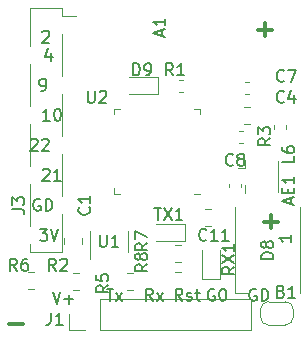
<source format=gbr>
%TF.GenerationSoftware,KiCad,Pcbnew,(5.1.9)-1*%
%TF.CreationDate,2021-06-07T11:13:51+02:00*%
%TF.ProjectId,esp32PicoD4,65737033-3250-4696-936f-44342e6b6963,rev?*%
%TF.SameCoordinates,Original*%
%TF.FileFunction,Legend,Top*%
%TF.FilePolarity,Positive*%
%FSLAX46Y46*%
G04 Gerber Fmt 4.6, Leading zero omitted, Abs format (unit mm)*
G04 Created by KiCad (PCBNEW (5.1.9)-1) date 2021-06-07 11:13:51*
%MOMM*%
%LPD*%
G01*
G04 APERTURE LIST*
%ADD10C,0.300000*%
%ADD11C,0.150000*%
%ADD12C,0.120000*%
G04 APERTURE END LIST*
D10*
X185356571Y-102977142D02*
X186499428Y-102977142D01*
X206438571Y-78085142D02*
X207581428Y-78085142D01*
X207010000Y-78656571D02*
X207010000Y-77513714D01*
X206946571Y-94341142D02*
X208089428Y-94341142D01*
X207518000Y-94912571D02*
X207518000Y-93769714D01*
D11*
X202731714Y-100084000D02*
X202636476Y-100036380D01*
X202493619Y-100036380D01*
X202350761Y-100084000D01*
X202255523Y-100179238D01*
X202207904Y-100274476D01*
X202160285Y-100464952D01*
X202160285Y-100607809D01*
X202207904Y-100798285D01*
X202255523Y-100893523D01*
X202350761Y-100988761D01*
X202493619Y-101036380D01*
X202588857Y-101036380D01*
X202731714Y-100988761D01*
X202779333Y-100941142D01*
X202779333Y-100607809D01*
X202588857Y-100607809D01*
X203398380Y-100036380D02*
X203493619Y-100036380D01*
X203588857Y-100084000D01*
X203636476Y-100131619D01*
X203684095Y-100226857D01*
X203731714Y-100417333D01*
X203731714Y-100655428D01*
X203684095Y-100845904D01*
X203636476Y-100941142D01*
X203588857Y-100988761D01*
X203493619Y-101036380D01*
X203398380Y-101036380D01*
X203303142Y-100988761D01*
X203255523Y-100941142D01*
X203207904Y-100845904D01*
X203160285Y-100655428D01*
X203160285Y-100417333D01*
X203207904Y-100226857D01*
X203255523Y-100131619D01*
X203303142Y-100084000D01*
X203398380Y-100036380D01*
X200025047Y-101036380D02*
X199691714Y-100560190D01*
X199453619Y-101036380D02*
X199453619Y-100036380D01*
X199834571Y-100036380D01*
X199929809Y-100084000D01*
X199977428Y-100131619D01*
X200025047Y-100226857D01*
X200025047Y-100369714D01*
X199977428Y-100464952D01*
X199929809Y-100512571D01*
X199834571Y-100560190D01*
X199453619Y-100560190D01*
X200406000Y-100988761D02*
X200501238Y-101036380D01*
X200691714Y-101036380D01*
X200786952Y-100988761D01*
X200834571Y-100893523D01*
X200834571Y-100845904D01*
X200786952Y-100750666D01*
X200691714Y-100703047D01*
X200548857Y-100703047D01*
X200453619Y-100655428D01*
X200406000Y-100560190D01*
X200406000Y-100512571D01*
X200453619Y-100417333D01*
X200548857Y-100369714D01*
X200691714Y-100369714D01*
X200786952Y-100417333D01*
X201120285Y-100369714D02*
X201501238Y-100369714D01*
X201263142Y-100036380D02*
X201263142Y-100893523D01*
X201310761Y-100988761D01*
X201406000Y-101036380D01*
X201501238Y-101036380D01*
X197516761Y-101036380D02*
X197183428Y-100560190D01*
X196945333Y-101036380D02*
X196945333Y-100036380D01*
X197326285Y-100036380D01*
X197421523Y-100084000D01*
X197469142Y-100131619D01*
X197516761Y-100226857D01*
X197516761Y-100369714D01*
X197469142Y-100464952D01*
X197421523Y-100512571D01*
X197326285Y-100560190D01*
X196945333Y-100560190D01*
X197850095Y-101036380D02*
X198373904Y-100369714D01*
X197850095Y-100369714D02*
X198373904Y-101036380D01*
X193619523Y-100036380D02*
X194190952Y-100036380D01*
X193905238Y-101036380D02*
X193905238Y-100036380D01*
X194429047Y-101036380D02*
X194952857Y-100369714D01*
X194429047Y-100369714D02*
X194952857Y-101036380D01*
X206263904Y-100084000D02*
X206168666Y-100036380D01*
X206025809Y-100036380D01*
X205882952Y-100084000D01*
X205787714Y-100179238D01*
X205740095Y-100274476D01*
X205692476Y-100464952D01*
X205692476Y-100607809D01*
X205740095Y-100798285D01*
X205787714Y-100893523D01*
X205882952Y-100988761D01*
X206025809Y-101036380D01*
X206121047Y-101036380D01*
X206263904Y-100988761D01*
X206311523Y-100941142D01*
X206311523Y-100607809D01*
X206121047Y-100607809D01*
X206740095Y-101036380D02*
X206740095Y-100036380D01*
X206978190Y-100036380D01*
X207121047Y-100084000D01*
X207216285Y-100179238D01*
X207263904Y-100274476D01*
X207311523Y-100464952D01*
X207311523Y-100607809D01*
X207263904Y-100798285D01*
X207216285Y-100893523D01*
X207121047Y-100988761D01*
X206978190Y-101036380D01*
X206740095Y-101036380D01*
X189039619Y-100290380D02*
X189372952Y-101290380D01*
X189706285Y-100290380D01*
X190039619Y-100909428D02*
X190801523Y-100909428D01*
X190420571Y-101290380D02*
X190420571Y-100528476D01*
X187960095Y-94956380D02*
X188579142Y-94956380D01*
X188245809Y-95337333D01*
X188388666Y-95337333D01*
X188483904Y-95384952D01*
X188531523Y-95432571D01*
X188579142Y-95527809D01*
X188579142Y-95765904D01*
X188531523Y-95861142D01*
X188483904Y-95908761D01*
X188388666Y-95956380D01*
X188102952Y-95956380D01*
X188007714Y-95908761D01*
X187960095Y-95861142D01*
X188864857Y-94956380D02*
X189198190Y-95956380D01*
X189531523Y-94956380D01*
X187975904Y-92464000D02*
X187880666Y-92416380D01*
X187737809Y-92416380D01*
X187594952Y-92464000D01*
X187499714Y-92559238D01*
X187452095Y-92654476D01*
X187404476Y-92844952D01*
X187404476Y-92987809D01*
X187452095Y-93178285D01*
X187499714Y-93273523D01*
X187594952Y-93368761D01*
X187737809Y-93416380D01*
X187833047Y-93416380D01*
X187975904Y-93368761D01*
X188023523Y-93321142D01*
X188023523Y-92987809D01*
X187833047Y-92987809D01*
X188452095Y-93416380D02*
X188452095Y-92416380D01*
X188690190Y-92416380D01*
X188833047Y-92464000D01*
X188928285Y-92559238D01*
X188975904Y-92654476D01*
X189023523Y-92844952D01*
X189023523Y-92987809D01*
X188975904Y-93178285D01*
X188928285Y-93273523D01*
X188833047Y-93368761D01*
X188690190Y-93416380D01*
X188452095Y-93416380D01*
X188182285Y-78287619D02*
X188229904Y-78240000D01*
X188325142Y-78192380D01*
X188563238Y-78192380D01*
X188658476Y-78240000D01*
X188706095Y-78287619D01*
X188753714Y-78382857D01*
X188753714Y-78478095D01*
X188706095Y-78620952D01*
X188134666Y-79192380D01*
X188753714Y-79192380D01*
X188912476Y-80049714D02*
X188912476Y-80716380D01*
X188674380Y-79668761D02*
X188436285Y-80383047D01*
X189055333Y-80383047D01*
X188023523Y-83256380D02*
X188214000Y-83256380D01*
X188309238Y-83208761D01*
X188356857Y-83161142D01*
X188452095Y-83018285D01*
X188499714Y-82827809D01*
X188499714Y-82446857D01*
X188452095Y-82351619D01*
X188404476Y-82304000D01*
X188309238Y-82256380D01*
X188118761Y-82256380D01*
X188023523Y-82304000D01*
X187975904Y-82351619D01*
X187928285Y-82446857D01*
X187928285Y-82684952D01*
X187975904Y-82780190D01*
X188023523Y-82827809D01*
X188118761Y-82875428D01*
X188309238Y-82875428D01*
X188404476Y-82827809D01*
X188452095Y-82780190D01*
X188499714Y-82684952D01*
X188785523Y-85796380D02*
X188214095Y-85796380D01*
X188499809Y-85796380D02*
X188499809Y-84796380D01*
X188404571Y-84939238D01*
X188309333Y-85034476D01*
X188214095Y-85082095D01*
X189404571Y-84796380D02*
X189499809Y-84796380D01*
X189595047Y-84844000D01*
X189642666Y-84891619D01*
X189690285Y-84986857D01*
X189737904Y-85177333D01*
X189737904Y-85415428D01*
X189690285Y-85605904D01*
X189642666Y-85701142D01*
X189595047Y-85748761D01*
X189499809Y-85796380D01*
X189404571Y-85796380D01*
X189309333Y-85748761D01*
X189261714Y-85701142D01*
X189214095Y-85605904D01*
X189166476Y-85415428D01*
X189166476Y-85177333D01*
X189214095Y-84986857D01*
X189261714Y-84891619D01*
X189309333Y-84844000D01*
X189404571Y-84796380D01*
X187198095Y-87431619D02*
X187245714Y-87384000D01*
X187340952Y-87336380D01*
X187579047Y-87336380D01*
X187674285Y-87384000D01*
X187721904Y-87431619D01*
X187769523Y-87526857D01*
X187769523Y-87622095D01*
X187721904Y-87764952D01*
X187150476Y-88336380D01*
X187769523Y-88336380D01*
X188150476Y-87431619D02*
X188198095Y-87384000D01*
X188293333Y-87336380D01*
X188531428Y-87336380D01*
X188626666Y-87384000D01*
X188674285Y-87431619D01*
X188721904Y-87526857D01*
X188721904Y-87622095D01*
X188674285Y-87764952D01*
X188102857Y-88336380D01*
X188721904Y-88336380D01*
X188214095Y-89971619D02*
X188261714Y-89924000D01*
X188356952Y-89876380D01*
X188595047Y-89876380D01*
X188690285Y-89924000D01*
X188737904Y-89971619D01*
X188785523Y-90066857D01*
X188785523Y-90162095D01*
X188737904Y-90304952D01*
X188166476Y-90876380D01*
X188785523Y-90876380D01*
X189737904Y-90876380D02*
X189166476Y-90876380D01*
X189452190Y-90876380D02*
X189452190Y-89876380D01*
X189356952Y-90019238D01*
X189261714Y-90114476D01*
X189166476Y-90162095D01*
D12*
%TO.C,R3*%
X204806733Y-87682000D02*
X205149267Y-87682000D01*
X204806733Y-86662000D02*
X205149267Y-86662000D01*
%TO.C,AE1*%
X205363000Y-89124000D02*
X205363000Y-89764000D01*
X205363000Y-91924000D02*
X205363000Y-91284000D01*
X205363000Y-89764000D02*
X204733000Y-89764000D01*
X208083000Y-89174000D02*
X208083000Y-91874000D01*
%TO.C,B1*%
X206626000Y-102408000D02*
X206626000Y-101808000D01*
X208726000Y-103108000D02*
X207326000Y-103108000D01*
X209426000Y-101808000D02*
X209426000Y-102408000D01*
X207326000Y-101108000D02*
X208726000Y-101108000D01*
X206626000Y-101808000D02*
G75*
G02*
X207326000Y-101108000I700000J0D01*
G01*
X207326000Y-103108000D02*
G75*
G02*
X206626000Y-102408000I0J700000D01*
G01*
X209426000Y-102408000D02*
G75*
G02*
X208726000Y-103108000I-700000J0D01*
G01*
X208726000Y-101108000D02*
G75*
G02*
X209426000Y-101808000I0J-700000D01*
G01*
%TO.C,C1*%
X191489000Y-95750748D02*
X191489000Y-96273252D01*
X190019000Y-95750748D02*
X190019000Y-96273252D01*
%TO.C,L6*%
X208790000Y-86128733D02*
X208790000Y-86471267D01*
X207770000Y-86128733D02*
X207770000Y-86471267D01*
%TO.C,C8*%
X204980000Y-91139733D02*
X204980000Y-91432267D01*
X203960000Y-91139733D02*
X203960000Y-91432267D01*
%TO.C,C7*%
X205339733Y-82548000D02*
X205632267Y-82548000D01*
X205339733Y-83568000D02*
X205632267Y-83568000D01*
%TO.C,D8*%
X210014000Y-93124000D02*
X210014000Y-100424000D01*
X204514000Y-93124000D02*
X204514000Y-100424000D01*
X204514000Y-100424000D02*
X205664000Y-100424000D01*
%TO.C,R1*%
X199726733Y-82340000D02*
X200069267Y-82340000D01*
X199726733Y-83360000D02*
X200069267Y-83360000D01*
%TO.C,R8*%
X199871064Y-98579000D02*
X199416936Y-98579000D01*
X199871064Y-100049000D02*
X199416936Y-100049000D01*
%TO.C,R7*%
X199871064Y-96293000D02*
X199416936Y-96293000D01*
X199871064Y-97763000D02*
X199416936Y-97763000D01*
%TO.C,RX1*%
X203173000Y-99196000D02*
X203173000Y-96736000D01*
X201703000Y-99196000D02*
X203173000Y-99196000D01*
X201703000Y-96736000D02*
X201703000Y-99196000D01*
%TO.C,TX1*%
X200288000Y-94515000D02*
X197828000Y-94515000D01*
X200288000Y-95985000D02*
X200288000Y-94515000D01*
X197828000Y-95985000D02*
X200288000Y-95985000D01*
%TO.C,J1*%
X205800000Y-103538000D02*
X205800000Y-100878000D01*
X193040000Y-103538000D02*
X205800000Y-103538000D01*
X193040000Y-100878000D02*
X205800000Y-100878000D01*
X193040000Y-103538000D02*
X193040000Y-100878000D01*
X191770000Y-103538000D02*
X190440000Y-103538000D01*
X190440000Y-103538000D02*
X190440000Y-102208000D01*
%TO.C,R5*%
X195352936Y-98665000D02*
X195807064Y-98665000D01*
X195352936Y-100135000D02*
X195807064Y-100135000D01*
%TO.C,R2*%
X191235064Y-100135000D02*
X190780936Y-100135000D01*
X191235064Y-98665000D02*
X190780936Y-98665000D01*
%TO.C,R6*%
X187425064Y-100049000D02*
X186970936Y-100049000D01*
X187425064Y-98579000D02*
X186970936Y-98579000D01*
%TO.C,C11*%
X201922748Y-93245000D02*
X202445252Y-93245000D01*
X201922748Y-94715000D02*
X202445252Y-94715000D01*
%TO.C,C4*%
X205224748Y-84609000D02*
X205747252Y-84609000D01*
X205224748Y-86079000D02*
X205747252Y-86079000D01*
%TO.C,U2*%
X194731000Y-92002000D02*
X194256000Y-92002000D01*
X194256000Y-92002000D02*
X194256000Y-91527000D01*
X201001000Y-84782000D02*
X201476000Y-84782000D01*
X201476000Y-84782000D02*
X201476000Y-85257000D01*
X194731000Y-84782000D02*
X194256000Y-84782000D01*
X194256000Y-84782000D02*
X194256000Y-85257000D01*
X201001000Y-92002000D02*
X201476000Y-92002000D01*
%TO.C,U1*%
X195412000Y-96900000D02*
X195412000Y-95100000D01*
X192192000Y-95100000D02*
X192192000Y-97550000D01*
%TO.C,J3*%
X187138000Y-76294000D02*
X189798000Y-76294000D01*
X189798000Y-76294000D02*
X189798000Y-76964000D01*
X189798000Y-78484000D02*
X189798000Y-82044000D01*
X189798000Y-83564000D02*
X189798000Y-87124000D01*
X189798000Y-88644000D02*
X189798000Y-92204000D01*
X189798000Y-93724000D02*
X189798000Y-96934000D01*
X187138000Y-96934000D02*
X189798000Y-96934000D01*
X187138000Y-76294000D02*
X187138000Y-79504000D01*
X187138000Y-81024000D02*
X187138000Y-84584000D01*
X187138000Y-86104000D02*
X187138000Y-89664000D01*
X187138000Y-91184000D02*
X187138000Y-94744000D01*
X187138000Y-96264000D02*
X187138000Y-96934000D01*
X189798000Y-76964000D02*
X191008000Y-76964000D01*
%TO.C,D9*%
X195542000Y-83539000D02*
X198002000Y-83539000D01*
X198002000Y-83539000D02*
X198002000Y-82069000D01*
X198002000Y-82069000D02*
X195542000Y-82069000D01*
%TO.C,R3*%
D11*
X207462380Y-87288666D02*
X206986190Y-87622000D01*
X207462380Y-87860095D02*
X206462380Y-87860095D01*
X206462380Y-87479142D01*
X206510000Y-87383904D01*
X206557619Y-87336285D01*
X206652857Y-87288666D01*
X206795714Y-87288666D01*
X206890952Y-87336285D01*
X206938571Y-87383904D01*
X206986190Y-87479142D01*
X206986190Y-87860095D01*
X206462380Y-86955333D02*
X206462380Y-86336285D01*
X206843333Y-86669619D01*
X206843333Y-86526761D01*
X206890952Y-86431523D01*
X206938571Y-86383904D01*
X207033809Y-86336285D01*
X207271904Y-86336285D01*
X207367142Y-86383904D01*
X207414761Y-86431523D01*
X207462380Y-86526761D01*
X207462380Y-86812476D01*
X207414761Y-86907714D01*
X207367142Y-86955333D01*
%TO.C,AE1*%
X209208666Y-92860666D02*
X209208666Y-92384476D01*
X209494380Y-92955904D02*
X208494380Y-92622571D01*
X209494380Y-92289238D01*
X208970571Y-91955904D02*
X208970571Y-91622571D01*
X209494380Y-91479714D02*
X209494380Y-91955904D01*
X208494380Y-91955904D01*
X208494380Y-91479714D01*
X209494380Y-90527333D02*
X209494380Y-91098761D01*
X209494380Y-90813047D02*
X208494380Y-90813047D01*
X208637238Y-90908285D01*
X208732476Y-91003523D01*
X208780095Y-91098761D01*
%TO.C,B1*%
X208383238Y-100258571D02*
X208526095Y-100306190D01*
X208573714Y-100353809D01*
X208621333Y-100449047D01*
X208621333Y-100591904D01*
X208573714Y-100687142D01*
X208526095Y-100734761D01*
X208430857Y-100782380D01*
X208049904Y-100782380D01*
X208049904Y-99782380D01*
X208383238Y-99782380D01*
X208478476Y-99830000D01*
X208526095Y-99877619D01*
X208573714Y-99972857D01*
X208573714Y-100068095D01*
X208526095Y-100163333D01*
X208478476Y-100210952D01*
X208383238Y-100258571D01*
X208049904Y-100258571D01*
X209573714Y-100782380D02*
X209002285Y-100782380D01*
X209288000Y-100782380D02*
X209288000Y-99782380D01*
X209192761Y-99925238D01*
X209097523Y-100020476D01*
X209002285Y-100068095D01*
%TO.C,C1*%
X192127142Y-93130666D02*
X192174761Y-93178285D01*
X192222380Y-93321142D01*
X192222380Y-93416380D01*
X192174761Y-93559238D01*
X192079523Y-93654476D01*
X191984285Y-93702095D01*
X191793809Y-93749714D01*
X191650952Y-93749714D01*
X191460476Y-93702095D01*
X191365238Y-93654476D01*
X191270000Y-93559238D01*
X191222380Y-93416380D01*
X191222380Y-93321142D01*
X191270000Y-93178285D01*
X191317619Y-93130666D01*
X192222380Y-92178285D02*
X192222380Y-92749714D01*
X192222380Y-92464000D02*
X191222380Y-92464000D01*
X191365238Y-92559238D01*
X191460476Y-92654476D01*
X191508095Y-92749714D01*
%TO.C,L6*%
X209494380Y-88812666D02*
X209494380Y-89288857D01*
X208494380Y-89288857D01*
X208494380Y-88050761D02*
X208494380Y-88241238D01*
X208542000Y-88336476D01*
X208589619Y-88384095D01*
X208732476Y-88479333D01*
X208922952Y-88526952D01*
X209303904Y-88526952D01*
X209399142Y-88479333D01*
X209446761Y-88431714D01*
X209494380Y-88336476D01*
X209494380Y-88146000D01*
X209446761Y-88050761D01*
X209399142Y-88003142D01*
X209303904Y-87955523D01*
X209065809Y-87955523D01*
X208970571Y-88003142D01*
X208922952Y-88050761D01*
X208875333Y-88146000D01*
X208875333Y-88336476D01*
X208922952Y-88431714D01*
X208970571Y-88479333D01*
X209065809Y-88526952D01*
%TO.C,C8*%
X204303333Y-89511142D02*
X204255714Y-89558761D01*
X204112857Y-89606380D01*
X204017619Y-89606380D01*
X203874761Y-89558761D01*
X203779523Y-89463523D01*
X203731904Y-89368285D01*
X203684285Y-89177809D01*
X203684285Y-89034952D01*
X203731904Y-88844476D01*
X203779523Y-88749238D01*
X203874761Y-88654000D01*
X204017619Y-88606380D01*
X204112857Y-88606380D01*
X204255714Y-88654000D01*
X204303333Y-88701619D01*
X204874761Y-89034952D02*
X204779523Y-88987333D01*
X204731904Y-88939714D01*
X204684285Y-88844476D01*
X204684285Y-88796857D01*
X204731904Y-88701619D01*
X204779523Y-88654000D01*
X204874761Y-88606380D01*
X205065238Y-88606380D01*
X205160476Y-88654000D01*
X205208095Y-88701619D01*
X205255714Y-88796857D01*
X205255714Y-88844476D01*
X205208095Y-88939714D01*
X205160476Y-88987333D01*
X205065238Y-89034952D01*
X204874761Y-89034952D01*
X204779523Y-89082571D01*
X204731904Y-89130190D01*
X204684285Y-89225428D01*
X204684285Y-89415904D01*
X204731904Y-89511142D01*
X204779523Y-89558761D01*
X204874761Y-89606380D01*
X205065238Y-89606380D01*
X205160476Y-89558761D01*
X205208095Y-89511142D01*
X205255714Y-89415904D01*
X205255714Y-89225428D01*
X205208095Y-89130190D01*
X205160476Y-89082571D01*
X205065238Y-89034952D01*
%TO.C,C7*%
X208621333Y-82399142D02*
X208573714Y-82446761D01*
X208430857Y-82494380D01*
X208335619Y-82494380D01*
X208192761Y-82446761D01*
X208097523Y-82351523D01*
X208049904Y-82256285D01*
X208002285Y-82065809D01*
X208002285Y-81922952D01*
X208049904Y-81732476D01*
X208097523Y-81637238D01*
X208192761Y-81542000D01*
X208335619Y-81494380D01*
X208430857Y-81494380D01*
X208573714Y-81542000D01*
X208621333Y-81589619D01*
X208954666Y-81494380D02*
X209621333Y-81494380D01*
X209192761Y-82494380D01*
%TO.C,D8*%
X207716380Y-97512095D02*
X206716380Y-97512095D01*
X206716380Y-97274000D01*
X206764000Y-97131142D01*
X206859238Y-97035904D01*
X206954476Y-96988285D01*
X207144952Y-96940666D01*
X207287809Y-96940666D01*
X207478285Y-96988285D01*
X207573523Y-97035904D01*
X207668761Y-97131142D01*
X207716380Y-97274000D01*
X207716380Y-97512095D01*
X207144952Y-96369238D02*
X207097333Y-96464476D01*
X207049714Y-96512095D01*
X206954476Y-96559714D01*
X206906857Y-96559714D01*
X206811619Y-96512095D01*
X206764000Y-96464476D01*
X206716380Y-96369238D01*
X206716380Y-96178761D01*
X206764000Y-96083523D01*
X206811619Y-96035904D01*
X206906857Y-95988285D01*
X206954476Y-95988285D01*
X207049714Y-96035904D01*
X207097333Y-96083523D01*
X207144952Y-96178761D01*
X207144952Y-96369238D01*
X207192571Y-96464476D01*
X207240190Y-96512095D01*
X207335428Y-96559714D01*
X207525904Y-96559714D01*
X207621142Y-96512095D01*
X207668761Y-96464476D01*
X207716380Y-96369238D01*
X207716380Y-96178761D01*
X207668761Y-96083523D01*
X207621142Y-96035904D01*
X207525904Y-95988285D01*
X207335428Y-95988285D01*
X207240190Y-96035904D01*
X207192571Y-96083523D01*
X207144952Y-96178761D01*
X209240380Y-95472285D02*
X209240380Y-96043714D01*
X209240380Y-95758000D02*
X208240380Y-95758000D01*
X208383238Y-95853238D01*
X208478476Y-95948476D01*
X208526095Y-96043714D01*
%TO.C,R1*%
X199223333Y-81952380D02*
X198890000Y-81476190D01*
X198651904Y-81952380D02*
X198651904Y-80952380D01*
X199032857Y-80952380D01*
X199128095Y-81000000D01*
X199175714Y-81047619D01*
X199223333Y-81142857D01*
X199223333Y-81285714D01*
X199175714Y-81380952D01*
X199128095Y-81428571D01*
X199032857Y-81476190D01*
X198651904Y-81476190D01*
X200175714Y-81952380D02*
X199604285Y-81952380D01*
X199890000Y-81952380D02*
X199890000Y-80952380D01*
X199794761Y-81095238D01*
X199699523Y-81190476D01*
X199604285Y-81238095D01*
%TO.C,R8*%
X197048380Y-97956666D02*
X196572190Y-98290000D01*
X197048380Y-98528095D02*
X196048380Y-98528095D01*
X196048380Y-98147142D01*
X196096000Y-98051904D01*
X196143619Y-98004285D01*
X196238857Y-97956666D01*
X196381714Y-97956666D01*
X196476952Y-98004285D01*
X196524571Y-98051904D01*
X196572190Y-98147142D01*
X196572190Y-98528095D01*
X196476952Y-97385238D02*
X196429333Y-97480476D01*
X196381714Y-97528095D01*
X196286476Y-97575714D01*
X196238857Y-97575714D01*
X196143619Y-97528095D01*
X196096000Y-97480476D01*
X196048380Y-97385238D01*
X196048380Y-97194761D01*
X196096000Y-97099523D01*
X196143619Y-97051904D01*
X196238857Y-97004285D01*
X196286476Y-97004285D01*
X196381714Y-97051904D01*
X196429333Y-97099523D01*
X196476952Y-97194761D01*
X196476952Y-97385238D01*
X196524571Y-97480476D01*
X196572190Y-97528095D01*
X196667428Y-97575714D01*
X196857904Y-97575714D01*
X196953142Y-97528095D01*
X197000761Y-97480476D01*
X197048380Y-97385238D01*
X197048380Y-97194761D01*
X197000761Y-97099523D01*
X196953142Y-97051904D01*
X196857904Y-97004285D01*
X196667428Y-97004285D01*
X196572190Y-97051904D01*
X196524571Y-97099523D01*
X196476952Y-97194761D01*
%TO.C,R7*%
X197048380Y-96178666D02*
X196572190Y-96512000D01*
X197048380Y-96750095D02*
X196048380Y-96750095D01*
X196048380Y-96369142D01*
X196096000Y-96273904D01*
X196143619Y-96226285D01*
X196238857Y-96178666D01*
X196381714Y-96178666D01*
X196476952Y-96226285D01*
X196524571Y-96273904D01*
X196572190Y-96369142D01*
X196572190Y-96750095D01*
X196048380Y-95845333D02*
X196048380Y-95178666D01*
X197048380Y-95607238D01*
%TO.C,RX1*%
X204414380Y-98178857D02*
X203938190Y-98512190D01*
X204414380Y-98750285D02*
X203414380Y-98750285D01*
X203414380Y-98369333D01*
X203462000Y-98274095D01*
X203509619Y-98226476D01*
X203604857Y-98178857D01*
X203747714Y-98178857D01*
X203842952Y-98226476D01*
X203890571Y-98274095D01*
X203938190Y-98369333D01*
X203938190Y-98750285D01*
X203414380Y-97845523D02*
X204414380Y-97178857D01*
X203414380Y-97178857D02*
X204414380Y-97845523D01*
X204414380Y-96274095D02*
X204414380Y-96845523D01*
X204414380Y-96559809D02*
X203414380Y-96559809D01*
X203557238Y-96655047D01*
X203652476Y-96750285D01*
X203700095Y-96845523D01*
%TO.C,TX1*%
X197643904Y-93178380D02*
X198215333Y-93178380D01*
X197929619Y-94178380D02*
X197929619Y-93178380D01*
X198453428Y-93178380D02*
X199120095Y-94178380D01*
X199120095Y-93178380D02*
X198453428Y-94178380D01*
X200024857Y-94178380D02*
X199453428Y-94178380D01*
X199739142Y-94178380D02*
X199739142Y-93178380D01*
X199643904Y-93321238D01*
X199548666Y-93416476D01*
X199453428Y-93464095D01*
%TO.C,J1*%
X188896666Y-102068380D02*
X188896666Y-102782666D01*
X188849047Y-102925523D01*
X188753809Y-103020761D01*
X188610952Y-103068380D01*
X188515714Y-103068380D01*
X189896666Y-103068380D02*
X189325238Y-103068380D01*
X189610952Y-103068380D02*
X189610952Y-102068380D01*
X189515714Y-102211238D01*
X189420476Y-102306476D01*
X189325238Y-102354095D01*
%TO.C,R5*%
X193746380Y-99734666D02*
X193270190Y-100068000D01*
X193746380Y-100306095D02*
X192746380Y-100306095D01*
X192746380Y-99925142D01*
X192794000Y-99829904D01*
X192841619Y-99782285D01*
X192936857Y-99734666D01*
X193079714Y-99734666D01*
X193174952Y-99782285D01*
X193222571Y-99829904D01*
X193270190Y-99925142D01*
X193270190Y-100306095D01*
X192746380Y-98829904D02*
X192746380Y-99306095D01*
X193222571Y-99353714D01*
X193174952Y-99306095D01*
X193127333Y-99210857D01*
X193127333Y-98972761D01*
X193174952Y-98877523D01*
X193222571Y-98829904D01*
X193317809Y-98782285D01*
X193555904Y-98782285D01*
X193651142Y-98829904D01*
X193698761Y-98877523D01*
X193746380Y-98972761D01*
X193746380Y-99210857D01*
X193698761Y-99306095D01*
X193651142Y-99353714D01*
%TO.C,R2*%
X189317333Y-98496380D02*
X188984000Y-98020190D01*
X188745904Y-98496380D02*
X188745904Y-97496380D01*
X189126857Y-97496380D01*
X189222095Y-97544000D01*
X189269714Y-97591619D01*
X189317333Y-97686857D01*
X189317333Y-97829714D01*
X189269714Y-97924952D01*
X189222095Y-97972571D01*
X189126857Y-98020190D01*
X188745904Y-98020190D01*
X189698285Y-97591619D02*
X189745904Y-97544000D01*
X189841142Y-97496380D01*
X190079238Y-97496380D01*
X190174476Y-97544000D01*
X190222095Y-97591619D01*
X190269714Y-97686857D01*
X190269714Y-97782095D01*
X190222095Y-97924952D01*
X189650666Y-98496380D01*
X190269714Y-98496380D01*
%TO.C,R6*%
X186015333Y-98496380D02*
X185682000Y-98020190D01*
X185443904Y-98496380D02*
X185443904Y-97496380D01*
X185824857Y-97496380D01*
X185920095Y-97544000D01*
X185967714Y-97591619D01*
X186015333Y-97686857D01*
X186015333Y-97829714D01*
X185967714Y-97924952D01*
X185920095Y-97972571D01*
X185824857Y-98020190D01*
X185443904Y-98020190D01*
X186872476Y-97496380D02*
X186682000Y-97496380D01*
X186586761Y-97544000D01*
X186539142Y-97591619D01*
X186443904Y-97734476D01*
X186396285Y-97924952D01*
X186396285Y-98305904D01*
X186443904Y-98401142D01*
X186491523Y-98448761D01*
X186586761Y-98496380D01*
X186777238Y-98496380D01*
X186872476Y-98448761D01*
X186920095Y-98401142D01*
X186967714Y-98305904D01*
X186967714Y-98067809D01*
X186920095Y-97972571D01*
X186872476Y-97924952D01*
X186777238Y-97877333D01*
X186586761Y-97877333D01*
X186491523Y-97924952D01*
X186443904Y-97972571D01*
X186396285Y-98067809D01*
%TO.C,C11*%
X202049142Y-95861142D02*
X202001523Y-95908761D01*
X201858666Y-95956380D01*
X201763428Y-95956380D01*
X201620571Y-95908761D01*
X201525333Y-95813523D01*
X201477714Y-95718285D01*
X201430095Y-95527809D01*
X201430095Y-95384952D01*
X201477714Y-95194476D01*
X201525333Y-95099238D01*
X201620571Y-95004000D01*
X201763428Y-94956380D01*
X201858666Y-94956380D01*
X202001523Y-95004000D01*
X202049142Y-95051619D01*
X203001523Y-95956380D02*
X202430095Y-95956380D01*
X202715809Y-95956380D02*
X202715809Y-94956380D01*
X202620571Y-95099238D01*
X202525333Y-95194476D01*
X202430095Y-95242095D01*
X203953904Y-95956380D02*
X203382476Y-95956380D01*
X203668190Y-95956380D02*
X203668190Y-94956380D01*
X203572952Y-95099238D01*
X203477714Y-95194476D01*
X203382476Y-95242095D01*
%TO.C,C4*%
X208621333Y-84177142D02*
X208573714Y-84224761D01*
X208430857Y-84272380D01*
X208335619Y-84272380D01*
X208192761Y-84224761D01*
X208097523Y-84129523D01*
X208049904Y-84034285D01*
X208002285Y-83843809D01*
X208002285Y-83700952D01*
X208049904Y-83510476D01*
X208097523Y-83415238D01*
X208192761Y-83320000D01*
X208335619Y-83272380D01*
X208430857Y-83272380D01*
X208573714Y-83320000D01*
X208621333Y-83367619D01*
X209478476Y-83605714D02*
X209478476Y-84272380D01*
X209240380Y-83224761D02*
X209002285Y-83939047D01*
X209621333Y-83939047D01*
%TO.C,U2*%
X192024095Y-83272380D02*
X192024095Y-84081904D01*
X192071714Y-84177142D01*
X192119333Y-84224761D01*
X192214571Y-84272380D01*
X192405047Y-84272380D01*
X192500285Y-84224761D01*
X192547904Y-84177142D01*
X192595523Y-84081904D01*
X192595523Y-83272380D01*
X193024095Y-83367619D02*
X193071714Y-83320000D01*
X193166952Y-83272380D01*
X193405047Y-83272380D01*
X193500285Y-83320000D01*
X193547904Y-83367619D01*
X193595523Y-83462857D01*
X193595523Y-83558095D01*
X193547904Y-83700952D01*
X192976476Y-84272380D01*
X193595523Y-84272380D01*
%TO.C,U1*%
X193040095Y-95464380D02*
X193040095Y-96273904D01*
X193087714Y-96369142D01*
X193135333Y-96416761D01*
X193230571Y-96464380D01*
X193421047Y-96464380D01*
X193516285Y-96416761D01*
X193563904Y-96369142D01*
X193611523Y-96273904D01*
X193611523Y-95464380D01*
X194611523Y-96464380D02*
X194040095Y-96464380D01*
X194325809Y-96464380D02*
X194325809Y-95464380D01*
X194230571Y-95607238D01*
X194135333Y-95702476D01*
X194040095Y-95750095D01*
%TO.C,J3*%
X185634380Y-93297333D02*
X186348666Y-93297333D01*
X186491523Y-93344952D01*
X186586761Y-93440190D01*
X186634380Y-93583047D01*
X186634380Y-93678285D01*
X185634380Y-92916380D02*
X185634380Y-92297333D01*
X186015333Y-92630666D01*
X186015333Y-92487809D01*
X186062952Y-92392571D01*
X186110571Y-92344952D01*
X186205809Y-92297333D01*
X186443904Y-92297333D01*
X186539142Y-92344952D01*
X186586761Y-92392571D01*
X186634380Y-92487809D01*
X186634380Y-92773523D01*
X186586761Y-92868761D01*
X186539142Y-92916380D01*
%TO.C,D9*%
X195857904Y-81952380D02*
X195857904Y-80952380D01*
X196096000Y-80952380D01*
X196238857Y-81000000D01*
X196334095Y-81095238D01*
X196381714Y-81190476D01*
X196429333Y-81380952D01*
X196429333Y-81523809D01*
X196381714Y-81714285D01*
X196334095Y-81809523D01*
X196238857Y-81904761D01*
X196096000Y-81952380D01*
X195857904Y-81952380D01*
X196905523Y-81952380D02*
X197096000Y-81952380D01*
X197191238Y-81904761D01*
X197238857Y-81857142D01*
X197334095Y-81714285D01*
X197381714Y-81523809D01*
X197381714Y-81142857D01*
X197334095Y-81047619D01*
X197286476Y-81000000D01*
X197191238Y-80952380D01*
X197000761Y-80952380D01*
X196905523Y-81000000D01*
X196857904Y-81047619D01*
X196810285Y-81142857D01*
X196810285Y-81380952D01*
X196857904Y-81476190D01*
X196905523Y-81523809D01*
X197000761Y-81571428D01*
X197191238Y-81571428D01*
X197286476Y-81523809D01*
X197334095Y-81476190D01*
X197381714Y-81380952D01*
%TO.C,A1*%
X198286666Y-78588285D02*
X198286666Y-78112095D01*
X198572380Y-78683523D02*
X197572380Y-78350190D01*
X198572380Y-78016857D01*
X198572380Y-77159714D02*
X198572380Y-77731142D01*
X198572380Y-77445428D02*
X197572380Y-77445428D01*
X197715238Y-77540666D01*
X197810476Y-77635904D01*
X197858095Y-77731142D01*
%TD*%
M02*

</source>
